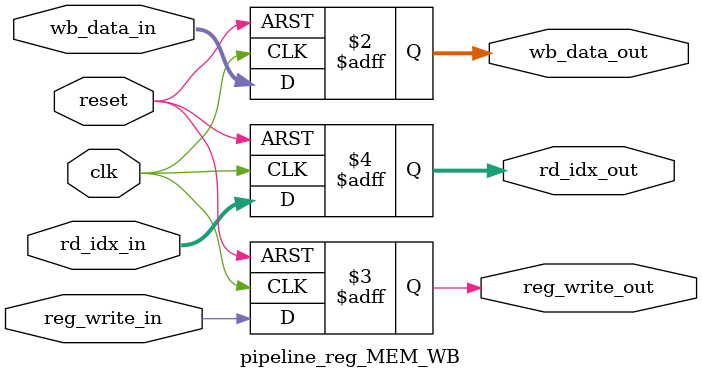
<source format=sv>
`timescale 1ns/1ps

module pipeline_reg_MEM_WB(
    input  logic clk,
    input  logic reset,
    input  logic [31:0] wb_data_in,  // 读入数据（Load指令数据）
    input  logic        reg_write_in,
    input  logic [4:0]  rd_idx_in,
    output logic [31:0] wb_data_out, // 输出数据，供WB阶段使用
    output logic        reg_write_out,
    output logic [4:0]  rd_idx_out
);
    
	 
	 always_ff @(posedge clk or posedge reset) begin
        
		  if (reset) begin
            wb_data_out   <= 32'd0;
            reg_write_out <= 1'b0;
            rd_idx_out    <= 5'd0;
        
		  end else begin
            
				wb_data_out   <= wb_data_in;
            reg_write_out <= reg_write_in;
            rd_idx_out    <= rd_idx_in;
        
		  
		  end
    end
endmodule

</source>
